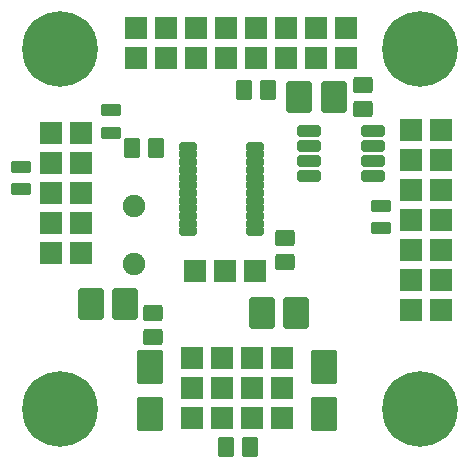
<source format=gbr>
%TF.GenerationSoftware,KiCad,Pcbnew,(5.99.0-10394-g2e15de97e0)*%
%TF.CreationDate,2021-05-18T08:40:14+02:00*%
%TF.ProjectId,BRIDGEADC01A,42524944-4745-4414-9443-3031412e6b69,REV*%
%TF.SameCoordinates,Original*%
%TF.FileFunction,Soldermask,Bot*%
%TF.FilePolarity,Negative*%
%FSLAX46Y46*%
G04 Gerber Fmt 4.6, Leading zero omitted, Abs format (unit mm)*
G04 Created by KiCad (PCBNEW (5.99.0-10394-g2e15de97e0)) date 2021-05-18 08:40:14*
%MOMM*%
%LPD*%
G01*
G04 APERTURE LIST*
G04 Aperture macros list*
%AMRoundRect*
0 Rectangle with rounded corners*
0 $1 Rounding radius*
0 $2 $3 $4 $5 $6 $7 $8 $9 X,Y pos of 4 corners*
0 Add a 4 corners polygon primitive as box body*
4,1,4,$2,$3,$4,$5,$6,$7,$8,$9,$2,$3,0*
0 Add four circle primitives for the rounded corners*
1,1,$1+$1,$2,$3*
1,1,$1+$1,$4,$5*
1,1,$1+$1,$6,$7*
1,1,$1+$1,$8,$9*
0 Add four rect primitives between the rounded corners*
20,1,$1+$1,$2,$3,$4,$5,0*
20,1,$1+$1,$4,$5,$6,$7,0*
20,1,$1+$1,$6,$7,$8,$9,0*
20,1,$1+$1,$8,$9,$2,$3,0*%
G04 Aperture macros list end*
%ADD10RoundRect,0.200000X0.762000X0.762000X-0.762000X0.762000X-0.762000X-0.762000X0.762000X-0.762000X0*%
%ADD11RoundRect,0.200000X0.762000X-0.762000X0.762000X0.762000X-0.762000X0.762000X-0.762000X-0.762000X0*%
%ADD12RoundRect,0.200000X-0.762000X-0.762000X0.762000X-0.762000X0.762000X0.762000X-0.762000X0.762000X0*%
%ADD13RoundRect,0.200000X-0.762000X0.762000X-0.762000X-0.762000X0.762000X-0.762000X0.762000X0.762000X0*%
%ADD14C,6.400000*%
%ADD15C,1.901140*%
%ADD16RoundRect,0.200000X-0.900000X-1.115000X0.900000X-1.115000X0.900000X1.115000X-0.900000X1.115000X0*%
%ADD17RoundRect,0.200000X-0.625000X0.500000X-0.625000X-0.500000X0.625000X-0.500000X0.625000X0.500000X0*%
%ADD18RoundRect,0.200000X0.625000X-0.500000X0.625000X0.500000X-0.625000X0.500000X-0.625000X-0.500000X0*%
%ADD19RoundRect,0.200000X0.500000X0.625000X-0.500000X0.625000X-0.500000X-0.625000X0.500000X-0.625000X0*%
%ADD20RoundRect,0.200000X-0.900430X1.249680X-0.900430X-1.249680X0.900430X-1.249680X0.900430X1.249680X0*%
%ADD21RoundRect,0.200000X-0.500000X-0.625000X0.500000X-0.625000X0.500000X0.625000X-0.500000X0.625000X0*%
%ADD22RoundRect,0.200000X-0.650000X0.350000X-0.650000X-0.350000X0.650000X-0.350000X0.650000X0.350000X0*%
%ADD23RoundRect,0.200000X0.650000X-0.350000X0.650000X0.350000X-0.650000X0.350000X-0.650000X-0.350000X0*%
%ADD24RoundRect,0.200000X-0.775000X-0.300000X0.775000X-0.300000X0.775000X0.300000X-0.775000X0.300000X0*%
%ADD25RoundRect,0.200000X-0.550000X-0.200000X0.550000X-0.200000X0.550000X0.200000X-0.550000X0.200000X0*%
%ADD26RoundRect,0.200000X0.900000X1.115000X-0.900000X1.115000X-0.900000X-1.115000X0.900000X-1.115000X0*%
G04 APERTURE END LIST*
D10*
%TO.C,J1*%
X143876000Y-110682000D03*
X141336000Y-110682000D03*
X143876000Y-108142000D03*
X141336000Y-108142000D03*
X143876000Y-105602000D03*
X141336000Y-105602000D03*
%TD*%
D11*
%TO.C,J2*%
X154798000Y-88838000D03*
X157338000Y-88838000D03*
%TD*%
%TO.C,J3*%
X154798000Y-86298000D03*
X157338000Y-86298000D03*
%TD*%
D12*
%TO.C,J4*%
X131493500Y-77662000D03*
X131493500Y-80202000D03*
%TD*%
%TO.C,J5*%
X134033500Y-77662000D03*
X134033500Y-80202000D03*
%TD*%
%TO.C,J6*%
X136573500Y-77662000D03*
X136573500Y-80202000D03*
%TD*%
D10*
%TO.C,J7*%
X139113500Y-80202000D03*
X139113500Y-77662000D03*
%TD*%
%TO.C,J8*%
X146748500Y-80200500D03*
X146748500Y-77660500D03*
%TD*%
%TO.C,J9*%
X141653500Y-80202000D03*
X141653500Y-77662000D03*
%TD*%
D13*
%TO.C,J10*%
X141590000Y-98236000D03*
X139050000Y-98236000D03*
X136510000Y-98236000D03*
%TD*%
D11*
%TO.C,J11*%
X124318000Y-86552000D03*
X126858000Y-86552000D03*
%TD*%
%TO.C,J12*%
X124318000Y-89092000D03*
X126858000Y-89092000D03*
%TD*%
%TO.C,J13*%
X154798000Y-96458000D03*
X157338000Y-96458000D03*
%TD*%
%TO.C,J14*%
X154798000Y-93918000D03*
X157338000Y-93918000D03*
%TD*%
%TO.C,J15*%
X124318000Y-96712000D03*
X126858000Y-96712000D03*
%TD*%
%TO.C,J16*%
X154798000Y-101538000D03*
X157338000Y-101538000D03*
%TD*%
%TO.C,J17*%
X154798000Y-98998000D03*
X157338000Y-98998000D03*
%TD*%
%TO.C,J18*%
X154798000Y-91378000D03*
X157338000Y-91378000D03*
%TD*%
D12*
%TO.C,J19*%
X136256000Y-105602000D03*
X138796000Y-105602000D03*
X136256000Y-108142000D03*
X138796000Y-108142000D03*
X136256000Y-110682000D03*
X138796000Y-110682000D03*
%TD*%
D11*
%TO.C,J20*%
X124318000Y-94172000D03*
X126858000Y-94172000D03*
%TD*%
%TO.C,J21*%
X124318000Y-91632000D03*
X126858000Y-91632000D03*
%TD*%
D14*
%TO.C,M1*%
X155560000Y-79440000D03*
%TD*%
%TO.C,M2*%
X155560000Y-109920000D03*
%TD*%
%TO.C,M3*%
X125080000Y-79440000D03*
%TD*%
%TO.C,M4*%
X125080000Y-109920000D03*
%TD*%
D15*
%TO.C,Y1*%
X131303000Y-92747060D03*
X131303000Y-97628940D03*
%TD*%
D12*
%TO.C,J22*%
X144208500Y-77660500D03*
X144208500Y-80200500D03*
%TD*%
%TO.C,J23*%
X149288500Y-77660500D03*
X149288500Y-80200500D03*
%TD*%
D16*
%TO.C,C1*%
X142162000Y-101792000D03*
X145082000Y-101792000D03*
%TD*%
D17*
%TO.C,C2*%
X144130000Y-95458000D03*
X144130000Y-97458000D03*
%TD*%
D18*
%TO.C,C3*%
X150734000Y-84504000D03*
X150734000Y-82504000D03*
%TD*%
D19*
%TO.C,C6*%
X133192000Y-87822000D03*
X131192000Y-87822000D03*
%TD*%
D20*
%TO.C,D1*%
X147432000Y-106397020D03*
X147432000Y-110394980D03*
%TD*%
%TO.C,D2*%
X132700000Y-106397020D03*
X132700000Y-110394980D03*
%TD*%
D21*
%TO.C,L1*%
X139144500Y-113157000D03*
X141144500Y-113157000D03*
%TD*%
D17*
%TO.C,L2*%
X132954000Y-101808000D03*
X132954000Y-103808000D03*
%TD*%
D22*
%TO.C,R1*%
X129398000Y-84652000D03*
X129398000Y-86552000D03*
%TD*%
D23*
%TO.C,R2*%
X121778000Y-91312000D03*
X121778000Y-89412000D03*
%TD*%
%TO.C,R3*%
X152258000Y-94614000D03*
X152258000Y-92714000D03*
%TD*%
D24*
%TO.C,U1*%
X146129000Y-90235000D03*
X146129000Y-88965000D03*
X146129000Y-87695000D03*
X146129000Y-86425000D03*
X151529000Y-86425000D03*
X151529000Y-87695000D03*
X151529000Y-88965000D03*
X151529000Y-90235000D03*
%TD*%
D25*
%TO.C,U2*%
X135885001Y-94881534D03*
X135885001Y-94231534D03*
X135885001Y-93581534D03*
X135885001Y-92931534D03*
X135885001Y-92281534D03*
X135885001Y-91631534D03*
X135885001Y-90981534D03*
X135885001Y-90331534D03*
X135885001Y-89681534D03*
X135885001Y-89031534D03*
X135885001Y-88381534D03*
X135885001Y-87731534D03*
X141585001Y-87731534D03*
X141585001Y-88381534D03*
X141585001Y-89031534D03*
X141585001Y-89681534D03*
X141585001Y-90331534D03*
X141585001Y-90981534D03*
X141585001Y-91631534D03*
X141585001Y-92281534D03*
X141585001Y-92931534D03*
X141585001Y-93581534D03*
X141585001Y-94231534D03*
X141585001Y-94881534D03*
%TD*%
D26*
%TO.C,C4*%
X148257000Y-83504000D03*
X145337000Y-83504000D03*
%TD*%
%TO.C,C5*%
X130604000Y-101030000D03*
X127684000Y-101030000D03*
%TD*%
D19*
%TO.C,C7*%
X142668500Y-82931000D03*
X140668500Y-82931000D03*
%TD*%
M02*

</source>
